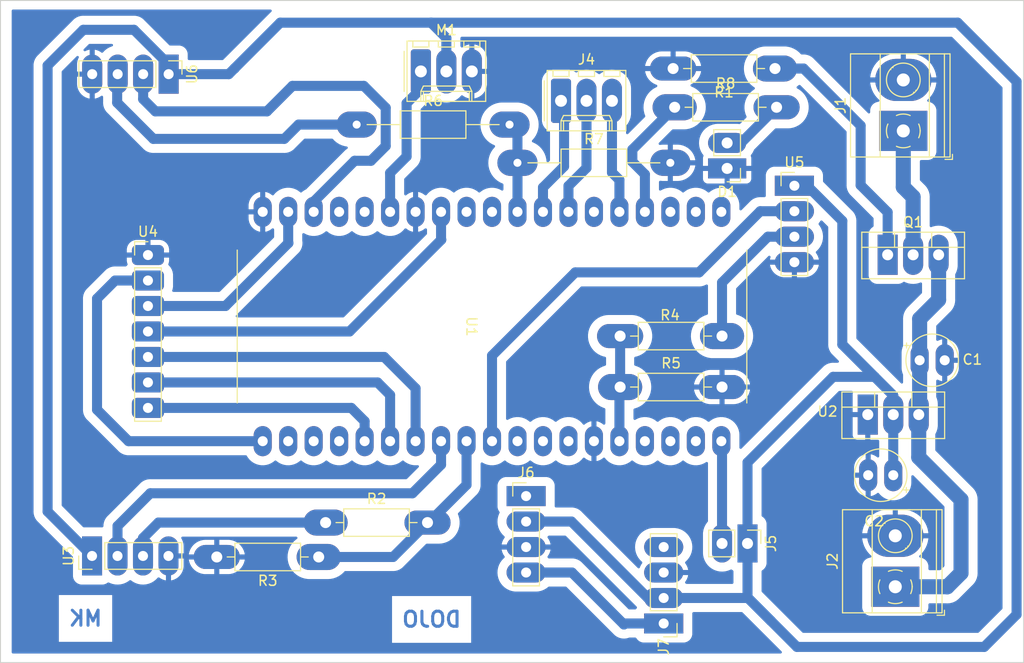
<source format=kicad_pcb>
(kicad_pcb (version 20211014) (generator pcbnew)
  (layers (0 "F.Cu" signal) (31 "B.Cu" signal) (34 "B.Paste" user) (35 "F.Paste" user) (36 "B.SilkS" user "B.Silkscreen") (37 "F.SilkS" user "F.Silkscreen") (38 "B.Mask" user) (39 "F.Mask" user) (44 "Edge.Cuts" user))
  (net 0 "")
  (net 1 "+12V")
  (net 2 "GND")
  (net 3 "+5V")
  (net 4 "+12P")
  (net 5 "/Sensors/ECHO1")
  (net 6 "RIGHT_ECHO")
  (net 7 "/Sensors/ECHO2")
  (net 8 "RIGHT_TRIG")
  (net 9 "/Sensors/ECHO3")
  (net 14 "LIR4")
  (net 16 "LIR3")
  (net 17 "LIR2")
  (net 18 "LIR1")
  (net 19 "LEFT_TRIG")
  (net 20 "LEFT_ECHO")
  (net 23 "+3.3V")
  (net 27 "SERVO")
  (net 28 "FRONT_ECHO")
  (net 29 "LIR5")
  (net 30 "FRONT_TRIG")
  (net 34 "Net-(Q1-Pad1)")
  (net 35 "ENBL")
  (net 36 "IN1R")
  (net 37 "IN2R")
  (net 38 "IN3L")
  (net 39 "IN4L")
  (net 40 "ENAR")
  (net 41 "+E5V")
  (net 42 "LED")
  (net 44 "Net-(R8-Pad2)")
  (net 45 "DOUT")
  (footprint "UserLibrary:R_Axial_DIN0207_L6.3mm_D2.5mm_P15.24mm_Horizontal" (layer "F.Cu") (at 102.0064 61.6712)
    (fp_text reference "R6" (at 7.62 -2.37) (layer "F.SilkS"))
    (fp_text value "1k")
    (fp_line (start 10.89 -1.37) (end 4.35 -1.37) (layer "F.SilkS") (width 0.12))
    (fp_line (start 1.04 0) (end 4.35 0) (layer "F.SilkS") (width 0.12))
    (fp_line (start 10.89 1.37) (end 10.89 -1.37) (layer "F.SilkS") (width 0.12))
    (fp_line (start 14.2 0) (end 10.89 0) (layer "F.SilkS") (width 0.12))
    (fp_line (start 4.35 1.37) (end 10.89 1.37) (layer "F.SilkS") (width 0.12))
    (fp_line (start 4.35 -1.37) (end 4.35 1.37) (layer "F.SilkS") (width 0.12))
    (pad "1" thru_hole oval (at 0 0) (size 4 2.6) (drill 0.8) (layers *.Cu *.Mask) (net 9 "/Sensors/ECHO3"))
    (pad "2" thru_hole oval (at 15.24 0) (size 4 2.6) (drill 0.8) (layers *.Cu *.Mask) (net 6 "RIGHT_ECHO"))
  )
  (footprint "UserLibrary:R_Axial_DIN0207_L6.3mm_D2.5mm_P10.16mm_Horizontal" (layer "F.Cu") (at 128.2708 87.8332)
    (fp_text reference "R5" (at 5.08 -2.37) (layer "F.SilkS"))
    (fp_text value "2k")
    (fp_line (start 8.35 -1.37) (end 1.81 -1.37) (layer "F.SilkS") (width 0.12))
    (fp_line (start 9.12 0) (end 8.35 0) (layer "F.SilkS") (width 0.12))
    (fp_line (start 1.81 1.37) (end 8.35 1.37) (layer "F.SilkS") (width 0.12))
    (fp_line (start 8.35 1.37) (end 8.35 -1.37) (layer "F.SilkS") (width 0.12))
    (fp_line (start 1.04 0) (end 1.81 0) (layer "F.SilkS") (width 0.12))
    (fp_line (start 1.81 -1.37) (end 1.81 1.37) (layer "F.SilkS") (width 0.12))
    (pad "1" thru_hole oval (at 0 0) (size 4.4 2.6) (drill 1.1) (layers *.Cu *.Mask) (net 28 "FRONT_ECHO"))
    (pad "2" thru_hole oval (at 10.16 0) (size 4.6 2.4) (drill 1.1) (layers *.Cu *.Mask) (net 2 "GND"))
  )
  (footprint "UserLibrary:TO-220-3_Vertical" (layer "F.Cu") (at 154.94 75.6666)
    (fp_text reference "Q1" (at 2.54 -4.27) (layer "F.SilkS"))
    (fp_text value "FQP27P06")
    (fp_line (start -2.58 1.371) (end 7.66 1.371) (layer "F.SilkS") (width 0.12))
    (fp_line (start -2.58 -1.76) (end 7.66 -1.76) (layer "F.SilkS") (width 0.12))
    (fp_line (start -2.58 -3.27) (end -2.58 1.371) (layer "F.SilkS") (width 0.12))
    (fp_line (start -2.58 -3.27) (end 7.66 -3.27) (layer "F.SilkS") (width 0.12))
    (fp_line (start 4.391 -3.27) (end 4.391 -1.76) (layer "F.SilkS") (width 0.12))
    (fp_line (start 0.69 -3.27) (end 0.69 -1.76) (layer "F.SilkS") (width 0.12))
    (fp_line (start 7.66 -3.27) (end 7.66 1.371) (layer "F.SilkS") (width 0.12))
    (pad "1" thru_hole rect (at 0 -1.016) (size 2 4) (drill 1.1) (layers *.Cu *.Mask) (net 34 "Net-(Q1-Pad1)"))
    (pad "2" thru_hole oval (at 2.54 -1.016) (size 2 4) (drill 1.1) (layers *.Cu *.Mask) (net 4 "+12P"))
    (pad "3" thru_hole oval (at 5.08 -1.016) (size 2 4) (drill 1.1) (layers *.Cu *.Mask) (net 1 "+12V"))
  )
  (footprint "UserLibrary:PinHeader_1x02_P2.54mm_Vertical" (layer "F.Cu") (at 140.97 103.4288 -90)
    (fp_text reference "J5" (at 0 -2.33 90) (layer "F.SilkS"))
    (fp_text value "Conn_01x02_Male")
    (fp_line (start -1.33 -1.33) (end 0 -1.33) (layer "F.SilkS") (width 0.12))
    (fp_line (start -1.33 1.27) (end -1.33 3.87) (layer "F.SilkS") (width 0.12))
    (fp_line (start 1.33 1.27) (end 1.33 3.87) (layer "F.SilkS") (width 0.12))
    (fp_line (start -1.33 3.87) (end 1.33 3.87) (layer "F.SilkS") (width 0.12))
    (fp_line (start -1.33 0) (end -1.33 -1.33) (layer "F.SilkS") (width 0.12))
    (fp_line (start -1.33 1.27) (end 1.33 1.27) (layer "F.SilkS") (width 0.12))
    (pad "1" thru_hole rect (at 0 0 270) (size 3.8 2) (drill 1.1) (layers *.Cu *.Mask) (net 3 "+5V"))
    (pad "2" thru_hole oval (at 0 2.54 270) (size 3.8 2) (drill 1.1) (layers *.Cu *.Mask) (net 41 "+E5V"))
  )
  (footprint "UserLibrary:R_Axial_DIN0207_L6.3mm_D2.5mm_P15.24mm_Horizontal" (layer "F.Cu") (at 118.0346 65.4812)
    (fp_text reference "R7" (at 7.62 -2.37) (layer "F.SilkS"))
    (fp_text value "2k")
    (fp_line (start 10.89 -1.37) (end 4.35 -1.37) (layer "F.SilkS") (width 0.12))
    (fp_line (start 1.04 0) (end 4.35 0) (layer "F.SilkS") (width 0.12))
    (fp_line (start 4.35 -1.37) (end 4.35 1.37) (layer "F.SilkS") (width 0.12))
    (fp_line (start 14.2 0) (end 10.89 0) (layer "F.SilkS") (width 0.12))
    (fp_line (start 4.35 1.37) (end 10.89 1.37) (layer "F.SilkS") (width 0.12))
    (fp_line (start 10.89 1.37) (end 10.89 -1.37) (layer "F.SilkS") (width 0.12))
    (pad "1" thru_hole oval (at 0 0) (size 4 2.6) (drill 0.8) (layers *.Cu *.Mask) (net 6 "RIGHT_ECHO"))
    (pad "2" thru_hole oval (at 15.24 0) (size 4 2.6) (drill 0.8) (layers *.Cu *.Mask) (net 2 "GND"))
  )
  (footprint "UserLibrary:R_Axial_DIN0207_L6.3mm_D2.5mm_P10.16mm_Horizontal" (layer "F.Cu") (at 98.221 104.775 180)
    (fp_text reference "R3" (at 5.08 -2.37) (layer "F.SilkS"))
    (fp_text value "2k")
    (fp_line (start 8.35 -1.37) (end 1.81 -1.37) (layer "F.SilkS") (width 0.12))
    (fp_line (start 1.81 1.37) (end 8.35 1.37) (layer "F.SilkS") (width 0.12))
    (fp_line (start 9.12 0) (end 8.35 0) (layer "F.SilkS") (width 0.12))
    (fp_line (start 1.81 -1.37) (end 1.81 1.37) (layer "F.SilkS") (width 0.12))
    (fp_line (start 8.35 1.37) (end 8.35 -1.37) (layer "F.SilkS") (width 0.12))
    (fp_line (start 1.04 0) (end 1.81 0) (layer "F.SilkS") (width 0.12))
    (pad "1" thru_hole oval (at 0 0 180) (size 4.4 2.6) (drill 1.1) (layers *.Cu *.Mask) (net 20 "LEFT_ECHO"))
    (pad "2" thru_hole oval (at 10.16 0 180) (size 4.6 2.4) (drill 1.1) (layers *.Cu *.Mask) (net 2 "GND"))
  )
  (footprint "UserLibrary:PinHeader_1x04_P2.54mm_Vertical" (layer "F.Cu") (at 118.8974 98.7044)
    (fp_text reference "J6" (at 0 -2.33) (layer "F.SilkS"))
    (fp_text value "Conn_01x04_Male")
    (fp_line (start 1.33 1.27) (end 1.33 8.95) (layer "F.SilkS") (width 0.12))
    (fp_line (start -1.33 1.27) (end -1.33 8.95) (layer "F.SilkS") (width 0.12))
    (fp_line (start -1.33 1.27) (end 1.33 1.27) (layer "F.SilkS") (width 0.12))
    (fp_line (start -1.33 0) (end -1.33 -1.33) (layer "F.SilkS") (width 0.12))
    (fp_line (start -1.33 8.95) (end 1.33 8.95) (layer "F.SilkS") (width 0.12))
    (fp_line (start -1.33 -1.33) (end 0 -1.33) (layer "F.SilkS") (width 0.12))
    (pad "1" thru_hole rect (at 0 0) (size 3.9 2) (drill 1) (layers *.Cu *.Mask) (net 35 "ENBL"))
    (pad "2" thru_hole oval (at 0 2.54) (size 3.9 2) (drill 1) (layers *.Cu *.Mask) (net 3 "+5V"))
    (pad "3" thru_hole oval (at 0 5.08) (size 3.9 2) (drill 1) (layers *.Cu *.Mask) (net 2 "GND"))
    (pad "4" thru_hole oval (at 0 7.62) (size 3.9 2) (drill 1) (layers *.Cu *.Mask) (net 45 "DOUT"))
  )
  (footprint "UserLibrary:PinHeader_1x04_P2.54mm_Vertical" (layer "F.Cu") (at 132.6134 111.4044 180)
    (fp_text reference "J7" (at 0 -2.33 90) (layer "F.SilkS"))
    (fp_text value "Conn_01x04_Male")
    (fp_line (start -1.33 -1.33) (end 0 -1.33) (layer "F.SilkS") (width 0.12))
    (fp_line (start -1.33 0) (end -1.33 -1.33) (layer "F.SilkS") (width 0.12))
    (fp_line (start -1.33 1.27) (end 1.33 1.27) (layer "F.SilkS") (width 0.12))
    (fp_line (start -1.33 1.27) (end -1.33 8.95) (layer "F.SilkS") (width 0.12))
    (fp_line (start 1.33 1.27) (end 1.33 8.95) (layer "F.SilkS") (width 0.12))
    (fp_line (start -1.33 8.95) (end 1.33 8.95) (layer "F.SilkS") (width 0.12))
    (pad "1" thru_hole rect (at 0 0 180) (size 3.9 2) (drill 1) (layers *.Cu *.Mask) (net 45 "DOUT"))
    (pad "2" thru_hole oval (at 0 2.54 180) (size 3.9 2) (drill 1) (layers *.Cu *.Mask) (net 3 "+5V"))
    (pad "3" thru_hole oval (at 0 5.08 180) (size 3.9 2) (drill 1) (layers *.Cu *.Mask) (net 2 "GND"))
    (pad "4" thru_hole oval (at 0 7.62 180) (size 3.9 2) (drill 1) (layers *.Cu *.Mask))
  )
  (footprint "UserLibrary:R_Axial_DIN0207_L6.3mm_D2.5mm_P10.16mm_Horizontal" (layer "F.Cu") (at 138.4292 82.7532 180)
    (fp_text reference "R4" (at 5.1808 2.0828) (layer "F.SilkS"))
    (fp_text value "1k")
    (fp_line (start 9.12 0) (end 8.35 0) (layer "F.SilkS") (width 0.12))
    (fp_line (start 1.81 1.37) (end 8.35 1.37) (layer "F.SilkS") (width 0.12))
    (fp_line (start 8.35 -1.37) (end 1.81 -1.37) (layer "F.SilkS") (width 0.12))
    (fp_line (start 8.35 1.37) (end 8.35 -1.37) (layer "F.SilkS") (width 0.12))
    (fp_line (start 1.81 -1.37) (end 1.81 1.37) (layer "F.SilkS") (width 0.12))
    (fp_line (start 1.04 0) (end 1.81 0) (layer "F.SilkS") (width 0.12))
    (pad "1" thru_hole oval (at 0 0 180) (size 4.4 2.6) (drill 1.1) (layers *.Cu *.Mask) (net 7 "/Sensors/ECHO2"))
    (pad "2" thru_hole oval (at 10.16 0 180) (size 4.6 2.4) (drill 1.1) (layers *.Cu *.Mask) (net 28 "FRONT_ECHO"))
  )
  (footprint "UserLibrary:CP_Radial_D5.0mm_P2.50mm" (layer "F.Cu") (at 155.4988 96.6216 180)
    (fp_text reference "C2" (at 1.9104 -4.5882) (layer "F.SilkS"))
    (fp_text value "10uF")
    (fp_line (start -1.304775 -1.725) (end -1.304775 -1.225) (layer "F.SilkS") (width 0.12))
    (fp_line (start -1.554775 -1.475) (end -1.054775 -1.475) (layer "F.SilkS") (width 0.12))
    (fp_circle (center 1.25 0) (end 3.87 0) (layer "F.SilkS") (width 0.12) (fill none))
    (pad "1" thru_hole oval (at 0 0 180) (size 1.8 3.2) (drill 1) (layers *.Cu *.Mask) (net 3 "+5V"))
    (pad "2" thru_hole oval (at 2.5 0 180) (size 1.8 3.2) (drill 1) (layers *.Cu *.Mask) (net 2 "GND"))
  )
  (footprint "UserLibrary:PinHeader_1x04_P2.54mm_Vertical" (layer "F.Cu") (at 75.6258 104.6734 90)
    (fp_text reference "U3" (at 0 -2.33 90) (layer "F.SilkS"))
    (fp_text value "Ultrasonic")
    (fp_line (start -1.33 8.95) (end 1.33 8.95) (layer "F.SilkS") (width 0.12))
    (fp_line (start -1.33 0) (end -1.33 -1.33) (layer "F.SilkS") (width 0.12))
    (fp_line (start 1.33 1.27) (end 1.33 8.95) (layer "F.SilkS") (width 0.12))
    (fp_line (start -1.33 -1.33) (end 0 -1.33) (layer "F.SilkS") (width 0.12))
    (fp_line (start -1.33 1.27) (end -1.33 8.95) (layer "F.SilkS") (width 0.12))
    (fp_line (start -1.33 1.27) (end 1.33 1.27) (layer "F.SilkS") (width 0.12))
    (pad "1" thru_hole rect (at 0 0 90) (size 3.9 2) (drill 1) (layers *.Cu *.Mask) (net 3 "+5V"))
    (pad "2" thru_hole oval (at 0 2.54 90) (size 3.9 2) (drill 1) (layers *.Cu *.Mask) (net 19 "LEFT_TRIG"))
    (pad "3" thru_hole oval (at 0 5.08 90) (size 3.9 2) (drill 1) (layers *.Cu *.Mask) (net 5 "/Sensors/ECHO1"))
    (pad "4" thru_hole oval (at 0 7.62 90) (size 3.9 2) (drill 1) (layers *.Cu *.Mask) (net 2 "GND"))
  )
  (footprint "UserLibrary:R_Axial_DIN0207_L6.3mm_D2.5mm_P10.16mm_Horizontal" (layer "F.Cu") (at 143.7124 56.0832 180)
    (fp_text reference "R1" (at 5.08 -2.37) (layer "F.SilkS"))
    (fp_text value "1.1k")
    (fp_line (start 8.35 1.37) (end 8.35 -1.37) (layer "F.SilkS") (width 0.12))
    (fp_line (start 1.04 0) (end 1.81 0) (layer "F.SilkS") (width 0.12))
    (fp_line (start 9.12 0) (end 8.35 0) (layer "F.SilkS") (width 0.12))
    (fp_line (start 8.35 -1.37) (end 1.81 -1.37) (layer "F.SilkS") (width 0.12))
    (fp_line (start 1.81 1.37) (end 8.35 1.37) (layer "F.SilkS") (width 0.12))
    (fp_line (start 1.81 -1.37) (end 1.81 1.37) (layer "F.SilkS") (width 0.12))
    (pad "1" thru_hole oval (at 0 0 180) (size 4.4 2.6) (drill 1.1) (layers *.Cu *.Mask) (net 34 "Net-(Q1-Pad1)"))
    (pad "2" thru_hole oval (at 10.16 0 180) (size 4.6 2.4) (drill 1.1) (layers *.Cu *.Mask) (net 2 "GND"))
  )
  (footprint "UserLibrary:CP_Radial_D5.0mm_P2.50mm" (layer "F.Cu") (at 158.129088 85.1662)
    (fp_text reference "C1" (at 5.2578 -0.0762) (layer "F.SilkS"))
    (fp_text value "10uF")
    (fp_line (start -1.304775 -1.725) (end -1.304775 -1.225) (layer "F.SilkS") (width 0.12))
    (fp_line (start -1.554775 -1.475) (end -1.054775 -1.475) (layer "F.SilkS") (width 0.12))
    (fp_circle (center 1.25 0) (end 3.87 0) (layer "F.SilkS") (width 0.12) (fill none))
    (pad "1" thru_hole oval (at 0 0) (size 1.8 3.2) (drill 1) (layers *.Cu *.Mask) (net 1 "+12V"))
    (pad "2" thru_hole oval (at 2.5 0) (size 1.8 3.2) (drill 1) (layers *.Cu *.Mask) (net 2 "GND"))
  )
  (footprint "UserLibrary:Molex_KK-254_AE-6410-03A_1x03_P2.54mm_Vertical" (layer "F.Cu") (at 122.3772 59.3036)
    (fp_text reference "J4" (at 2.54 -4.12) (layer "F.SilkS"))
    (fp_text value "Conn_01x03_Male")
    (fp_line (start 0 1.99) (end 0.25 1.46) (layer "F.SilkS") (width 0.12))
    (fp_line (start -1.38 2.99) (end 6.46 2.99) (layer "F.SilkS") (width 0.12))
    (fp_line (start 4.83 1.46) (end 5.08 1.99) (layer "F.SilkS") (width 0.12))
    (fp_line (start -0.8 -3.03) (end -0.8 -2.43) (layer "F.SilkS") (width 0.12))
    (fp_line (start 3.34 -2.43) (end 3.34 -3.03) (layer "F.SilkS") (width 0.12))
    (fp_line (start 0 2.99) (end 0 1.99) (layer "F.SilkS") (width 0.12))
    (fp_line (start 4.28 -3.03) (end 4.28 -2.43) (layer "F.SilkS") (width 0.12))
    (fp_line (start 5.88 -2.43) (end 5.88 -3.03) (layer "F.SilkS") (width 0.12))
    (fp_line (start 4.28 -2.43) (end 5.88 -2.43) (layer "F.SilkS") (width 0.12))
    (fp_line (start 0.8 -2.43) (end 0.8 -3.03) (layer "F.SilkS") (width 0.12))
    (fp_line (start 1.74 -2.43) (end 3.34 -2.43) (layer "F.SilkS") (width 0.12))
    (fp_line (start 0.25 2.99) (end 0.25 1.99) (layer "F.SilkS") (width 0.12))
    (fp_line (start -0.8 -2.43) (end 0.8 -2.43) (layer "F.SilkS") (width 0.12))
    (fp_line (start 6.46 2.99) (end 6.46 -3.03) (layer "F.SilkS") (width 0.12))
    (fp_line (start -1.67 -2) (end -1.67 2) (layer "F.SilkS") (width 0.12))
    (fp_line (start 6.46 -3.03) (end -1.38 -3.03) (layer "F.SilkS") (width 0.12))
    (fp_line (start 0 1.99) (end 5.08 1.99) (layer "F.SilkS") (width 0.12))
    (fp_line (start 1.74 -3.03) (end 1.74 -2.43) (layer "F.SilkS") (width 0.12))
    (fp_line (start 4.83 2.99) (end 4.83 1.99) (layer "F.SilkS") (width 0.12))
    (fp_line (start 0.25 1.46) (end 4.83 1.46) (layer "F.SilkS") (width 0.12))
    (fp_line (start -1.38 -3.03) (end -1.38 2.99) (layer "F.SilkS") (width 0.12))
    (fp_line (start 5.08 1.99) (end 5.08 2.99) (layer "F.SilkS") (width 0.12))
    (pad "1" thru_hole roundrect (at 0 0) (size 2 4.4) (drill 1.19) (layers *.Cu *.Mask) (roundrect_rratio 0.143678) (net 36 "IN1R"))
    (pad "2" thru_hole oval (at 2.54 0) (size 2 4.4) (drill 1.19) (layers *.Cu *.Mask) (net 37 "IN2R"))
    (pad "3" thru_hole oval (at 5.08 0) (size 2 4.4) (drill 1.19) (layers *.Cu *.Mask) (net 40 "ENAR"))
  )
  (footprint "UserLibrary:R_Axial_DIN0207_L6.3mm_D2.5mm_P10.16mm_Horizontal" (layer "F.Cu") (at 133.7064 59.944)
    (fp_text reference "R8" (at 5.08 -2.37) (layer "F.SilkS"))
    (fp_text value "1k")
    (fp_line (start 8.35 -1.37) (end 1.81 -1.37) (layer "F.SilkS") (width 0.12))
    (fp_line (start 1.81 -1.37) (end 1.81 1.37) (layer "F.SilkS") (width 0.12))
    (fp_line (start 1.04 0) (end 1.81 0) (layer "F.SilkS") (width 0.12))
    (fp_line (start 9.12 0) (end 8.35 0) (layer "F.SilkS") (width 0.12))
    (fp_line (start 8.35 1.37) (end 8.35 -1.37) (layer "F.SilkS") (width 0.12))
    (fp_line (start 1.81 1.37) (end 8.35 1.37) (layer "F.SilkS") (width 0.12))
    (pad "1" thru_hole oval (at 0 0) (size 4.4 2.6) (drill 1.1) (layers *.Cu *.Mask) (net 42 "LED"))
    (pad "2" thru_hole oval (at 10.16 0) (size 4.6 2.4) (drill 1.1) (layers *.Cu *.Mask) (net 44 "Net-(R8-Pad2)"))
  )
  (footprint "UserLibrary:PinHeader_1x07_P2.54mm_Vertical" (layer "F.Cu") (at 81.2 74.675)
    (fp_text reference "U4" (at 0 -2.33) (layer "F.SilkS"))
    (fp_text value "IR_5_channel_reflective_sensor")
    (fp_line (start -1.33 0) (end -1.33 -1.33) (layer "F.SilkS") (width 0.12))
    (fp_line (start -1.33 16.57) (end 1.33 16.57) (layer "F.SilkS") (width 0.12))
    (fp_line (start 1.33 1.27) (end 1.33 16.57) (layer "F.SilkS") (width 0.12))
    (fp_line (start -1.33 1.27) (end 1.33 1.27) (layer "F.SilkS") (width 0.12))
    (fp_line (start -1.33 -1.33) (end 0 -1.33) (layer "F.SilkS") (width 0.12))
    (fp_line (start -1.33 1.27) (end -1.33 16.57) (layer "F.SilkS") (width 0.12))
    (pad "1" thru_hole roundrect (at 0 0) (size 3.2 2) (drill 1) (layers *.Cu *.Mask) (net 2 "GND"))
    (pad "2" thru_hole roundrect (at 0 2.54) (size 3.2 2) (drill 1) (layers *.Cu *.Mask) (net 23 "+3.3V"))
    (pad "3" thru_hole roundrect (at 0 5.08) (size 3.2 2) (drill 1) (layers *.Cu *.Mask) (net 18 "LIR1"))
    (pad "4" thru_hole roundrect (at 0 7.62) (size 3.2 2) (drill 1) (layers *.Cu *.Mask) (net 17 "LIR2"))
    (pad "5" thru_hole roundrect (at 0 10.16) (size 3.2 2) (drill 1) (layers *.Cu *.Mask) (net 16 "LIR3"))
    (pad "6" thru_hole roundrect (at 0 12.7) (size 3.2 2) (drill 1) (layers *.Cu *.Mask) (net 14 "LIR4"))
    (pad "7" thru_hole roundrect (at 0 15.24) (size 3.2 2) (drill 1) (layers *.Cu *.Mask) (net 29 "LIR5"))
  )
  (footprint "UserLibrary:PinHeader_1x04_P2.54mm_Vertical" (layer "F.Cu") (at 145.6436 67.7672)
    (fp_text reference "U5" (at 0 -2.33) (layer "F.SilkS"))
    (fp_text value "Ultrasonic")
    (fp_line (start -1.33 1.27) (end 1.33 1.27) (layer "F.SilkS") (width 0.12))
    (fp_line (start -1.33 -1.33) (end 0 -1.33) (layer "F.SilkS") (width 0.12))
    (fp_line (start -1.33 8.95) (end 1.33 8.95) (layer "F.SilkS") (width 0.12))
    (fp_line (start 1.33 1.27) (end 1.33 8.95) (layer "F.SilkS") (width 0.12))
    (fp_line (start -1.33 1.27) (end -1.33 8.95) (layer "F.SilkS") (width 0.12))
    (fp_line (start -1.33 0) (end -1.33 -1.33) (layer "F.SilkS") (width 0.12))
    (pad "1" thru_hole rect (at 0 0) (size 3.9 2) (drill 1) (layers *.Cu *.Mask) (net 3 "+5V"))
    (pad "2" thru_hole oval (at 0 2.54) (size 3.9 2) (drill 1) (layers *.Cu *.Mask) (net 30 "FRONT_TRIG"))
    (pad "3" thru_hole oval (at 0 5.08) (size 3.9 2) (drill 1) (layers *.Cu *.Mask) (net 7 "/Sensors/ECHO2"))
    (pad "4" thru_hole oval (at 0 7.62) (size 3.9 2) (drill 1) (layers *.Cu *.Mask) (net 2 "GND"))
  )
  (footprint "UserLibrary:ESP32-S" (layer "F.Cu") (at 115.5 81.8 -90)
    (fp_text reference "U1" (at 0 2.04 -90 unlocked) (layer "F.SilkS"))
    (fp_text value "ESP32-S")
    (fp_line (start -7.62 -25.4) (end 7.62 -25.4) (layer "F.SilkS") (width 0.12))
    (fp_line (start -7.62 25.4) (end 7.62 25.4) (layer "F.SilkS") (width 0.12))
    (pad "1" thru_hole oval (at -11.43 -22.86 270) (size 3 1.8) (drill 1) (layers *.Cu *.Mask))
    (pad "2" thru_hole oval (at -11.43 -20.32 270) (size 3 1.8) (drill 1) (layers *.Cu *.Mask))
    (pad "3" thru_hole oval (at -11.43 -17.78 270) (size 3 1.8) (drill 1) (layers *.Cu *.Mask))
    (pad "4" thru_hole oval (at -11.43 -15.24 270) (size 3 1.8) (drill 1) (layers *.Cu *.Mask) (net 42 "LED"))
    (pad "5" thru_hole oval (at -11.43 -12.7 270) (size 3 1.8) (drill 1) (layers *.Cu *.Mask) (net 40 "ENAR"))
    (pad "6" thru_hole oval (at -11.43 -10.16 270) (size 3 1.8) (drill 1) (layers *.Cu *.Mask))
    (pad "7" thru_hole oval (at -11.43 -7.62 270) (size 3 1.8) (drill 1) (layers *.Cu *.Mask) (net 37 "IN2R"))
    (pad "8" thru_hole oval (at -11.43 -5.08 270) (size 3 1.8) (drill 1) (layers *.Cu *.Mask) (net 36 "IN1R"))
    (pad "9" thru_hole oval (at -11.43 -2.54 270) (size 3 1.8) (drill 1) (layers *.Cu *.Mask) (net 6 "RIGHT_ECHO"))
    (pad "10" thru_hole oval (at -11.43 0 270) (size 3 1.8) (drill 1) (layers *.Cu *.Mask))
    (pad "11" thru_hole oval (at -11.43 2.54 270) (size 3 1.8) (drill 1) (layers *.Cu *.Mask))
    (pad "12" thru_hole oval (at -11.43 5.08 270) (size 3 1.8) (drill 1) (layers *.Cu *.Mask) (net 17 "LIR2"))
    (pad "13" thru_hole oval (at -11.43 7.62 270) (size 3 1.8) (drill 1) (layers *.Cu *.Mask) (net 2 "GND"))
    (pad "14" thru_hole oval (at -11.43 10.16 270) (size 3 1.8) (drill 1) (layers *.Cu *.Mask) (net 27 "SERVO"))
    (pad "15" thru_hole oval (at -11.43 12.7 270) (size 3 1.8) (drill 1) (layers *.Cu *.Mask))
    (pad "16" thru_hole oval (at -11.43 15.24 270) (size 3 1.8) (drill 1) (layers *.Cu *.Mask))
    (pad "17" thru_hole oval (at -11.43 17.78 270) (size 3 1.8) (drill 1) (layers *.Cu *.Mask) (net 8 "RIGHT_TRIG"))
    (pad "18" thru_hole oval (at -11.43 20.32 270) (size 3 1.8) (drill 1) (layers *.Cu *.Mask) (net 18 "LIR1"))
    (pad "19" thru_hole oval (at -11.43 22.86 270) (size 3 1.8) (drill 1) (layers *.Cu *.Mask) (net 2 "GND"))
    (pad "20" thru_hole oval (at 11.43 22.86 270) (size 3 1.8) (drill 1) (layers *.Cu *.Mask) (net 23 "+3.3V"))
    (pad "21" thru_hole oval (at 11.43 20.32 270) (size 3 1.8) (drill 1) (layers *.Cu *.Mask))
    (pad "22" thru_hole oval (at 11.43 17.78 270) (size 3 1.8) (drill 1) (layers *.Cu *.Mask))
    (pad "23" thru_hole oval (at 11.43 15.24 270) (size 3 1.8) (drill 1) (layers *.Cu *.Mask))
    (pad "24" thru_hole oval (at 11.43 12.7 270) (size 3 1.8) (drill 1) (layers *.Cu *.Mask) (net 29 "LIR5"))
    (pad "25" thru_hole oval (at 11.43 10.16 270) (size 3 1.8) (drill 1) (layers *.Cu *.Mask) (net 14 "LIR4"))
    (pad "26" thru_hole oval (at 11.43 7.62 270) (size 3 1.8) (drill 1) (layers *.Cu *.Mask) (net 16 "LIR3"))
    (pad "27" thru_hole oval (at 11.43 5.08 270) (size 3 1.8) (drill 1) (layers *.Cu *.Mask) (net 19 "LEFT_TRIG"))
    (pad "28" thru_hole oval (at 11.43 2.54 270) (size 3 1.8) (drill 1) (layers *.Cu *.Mask) (net 20 "LEFT_ECHO"))
    (pad "29" thru_hole oval (at 11.43 0 270) (size 3 1.8) (drill 1) (layers *.Cu *.Mask) (net 30 "FRONT_TRIG"))
    (pad "30" thru_hole oval (at 11.43 -2.54 270) (size 3 1.8) (drill 1) (layers *.Cu *.Mask) (net 35 "ENBL"))
    (pad "31" thru_hole oval (at 11.43 -5.08 270) (size 3 1.8) (drill 1) (layers *.Cu *.Mask) (net 39 "IN4L"))
    (pad "32" thru_hole oval (at 11.43 -7.62 270) (size 3 1.8) (drill 1) (layers *.Cu *.Mask) (net 38 "IN3L"))
    (pad "33" thru_hole oval (at 11.43 -10.16 270) (size 3 1.8) (drill 1) (layers *.Cu *.Mask) (net 2 "GND"))
    (pad "34" thru_hole oval (at 11.43 -12.7 270) (size 3 1.8) (drill 1) (layers *.Cu *.Mask) (net 28 "FRONT_ECHO"))
    (pad "35" thru_hole oval (at 11.43 -15.24 270) (size 3 1.8) (drill 1) (layers *.Cu *.Mask))
    (pad "36" thru_hole oval (at 11.43 -17.78 270) (size 3 1.8) (drill 1) (layers *.Cu *.Mask))
    (pad "37" thru_hole oval (at 11.43 -20.32 270) (size 3 1.8) (drill 1) (layers *.Cu *.Mask))
    (pad "38" thru_hole oval (at 11.43 -22.86 270) (size 3 1.8) (drill 1) (layers *.Cu *.Mask) (net 41 "+E5V"))
  )
  (footprint "UserLibrary:TerminalBlock_Phoenix_MKDS-1,5-2-5.08_1x02_P5.08mm_Horizontal" (layer "F.Cu") (at 155.7022 107.7424 90)
    (fp_text reference "J2" (at 2.54 -6.26 90) (layer "F.SilkS"))
    (fp_text value "Screw_Terminal_01x02")
    (fp_line (start -2.6 -2.301) (end 7.68 -2.301) (layer "F.SilkS") (width 0.12))
    (fp_line (start 4.046 1.239) (end 4.011 1.274) (layer "F.SilkS") (width 0.12))
    (fp_line (start 3.853 1.023) (end 3.806 1.069) (layer "F.SilkS") (width 0.12))
    (fp_line (start -2.6 4.1) (end 7.68 4.1) (layer "F.SilkS") (width 0.12))
    (fp_line (start -2.84 4.16) (end -2.84 4.9) (layer "F.SilkS") (width 0.12))
    (fp_line (start 7.68 -5.261) (end 7.68 4.66) (layer "F.SilkS") (width 0.12))
    (fp_line (start -2.6 -5.261) (end 7.68 -5.261) (layer "F.SilkS") (width 0.12))
    (fp_line (start -2.6 2.6) (end 7.68 2.6) (layer "F.SilkS") (width 0.12))
    (fp_line (start -2.6 4.66) (end 7.68 4.66) (layer "F.SilkS") (width 0.12))
    (fp_line (start 6.15 -1.275) (end 6.115 -1.239) (layer "F.SilkS") (width 0.12))
    (fp_line (start -2.84 4.9) (end -2.34 4.9) (layer "F.SilkS") (width 0.12))
    (fp_line (start -2.6 -5.261) (end -2.6 4.66) (layer "F.SilkS") (width 0.12))
    (fp_line (start 6.355 -1.069) (end 6.308 -1.023) (layer "F.SilkS") (width 0.12))
    (fp_arc (start 0.683318 1.534756) (mid 0.349292 1.643288) (end 0 1.68) (layer "F.SilkS") (width 0.12))
    (fp_arc (start 0.028805 1.680253) (mid -0.335551 1.646659) (end -0.684 1.535) (layer "F.SilkS") (width 0.12))
    (fp_arc (start 1.535427 -0.683042) (mid 1.680501 0.000524) (end 1.535 0.684) (layer "F.SilkS") (width 0.12))
    (fp_arc (start -1.535427 0.683042) (mid -1.680501 -0.000524) (end -1.535 -0.684) (layer "F.SilkS") (width 0.12))
    (fp_arc (start -0.683042 -1.535427) (mid 0.000524 -1.680501) (end 0.684 -1.535) (layer "F.SilkS") (width 0.12))
    (fp_circle (center 5.08 0) (end 6.76 0) (layer "F.SilkS") (width 0.12) (fill none))
    (pad "1" thru_hole rect (at 0 0 90) (size 4 4.8) (drill 1.3) (layers *.Cu *.Mask) (net 1 "+12V"))
    (pad "2" thru_hole oval (at 5.08 0 90) (size 4.2 5.6) (drill 1.3) (layers *.Cu *.Mask) (net 2 "GND"))
  )
  (footprint "UserLibrary:TerminalBlock_Phoenix_MKDS-1,5-2-5.08_1x02_P5.08mm_Horizontal" (layer "F.Cu") (at 156.5 62.3 90)
    (fp_text reference "J1" (at 2.54 -6.26 90) (layer "F.SilkS"))
    (fp_text value "Screw_Terminal_01x02")
    (fp_line (start -2.6 4.1) (end 7.68 4.1) (layer "F.SilkS") (width 0.12))
    (fp_line (start 3.853 1.023) (end 3.806 1.069) (layer "F.SilkS") (width 0.12))
    (fp_line (start -2.6 2.6) (end 7.68 2.6) (layer "F.SilkS") (width 0.12))
    (fp_line (start 6.355 -1.069) (end 6.308 -1.023) (layer "F.SilkS") (width 0.12))
    (fp_line (start 6.15 -1.275) (end 6.115 -1.239) (layer "F.SilkS") (width 0.12))
    (fp_line (start -2.6 4.66) (end 7.68 4.66) (layer "F.SilkS") (width 0.12))
    (fp_line (start -2.84 4.9) (end -2.34 4.9) (layer "F.SilkS") (width 0.12))
    (fp_line (start -2.6 -5.261) (end 7.68 -5.261) (layer "F.SilkS") (width 0.12))
    (fp_line (start -2.6 -5.261) (end -2.6 4.66) (layer "F.SilkS") (width 0.12))
    (fp_line (start 4.046 1.239) (end 4.011 1.274) (layer "F.SilkS") (width 0.12))
    (fp_line (start 7.68 -5.261) (end 7.68 4.66) (layer "F.SilkS") (width 0.12))
    (fp_line (start -2.6 -2.301) (end 7.68 -2.301) (layer "F.SilkS") (width 0.12))
    (fp_line (start -2.84 4.16) (end -2.84 4.9) (layer "F.SilkS") (width 0.12))
    (fp_arc (start 0.028805 1.680253) (mid -0.335551 1.646659) (end -0.684 1.535) (layer "F.SilkS") (width 0.12))
    (fp_arc (start 0.683318 1.534756) (mid 0.349292 1.643288) (end 0 1.68) (layer "F.SilkS") (width 0.12))
    (fp_arc (start 1.535427 -0.683042) (mid 1.680501 0.000524) (end 1.535 0.684) (layer "F.SilkS") (width 0.12))
    (fp_arc (start -0.683042 -1.535427) (mid 0.000524 -1.680501) (end 0.684 -1.535) (layer "F.SilkS") (width 0.12))
    (fp_arc (start -1.535427 0.683042) (mid -1.680501 -0.000524) (end -1.535 -0.684) (layer "F.SilkS") (width 0.12))
    (fp_circle (center 5.08 0) (end 6.76 0) (layer "F.SilkS") (width 0.12) (fill none))
    (pad "1" thru_hole rect (at 0 0 90) (size 4 4.8) (drill 1.3) (layers *.Cu *.Mask) (net 4 "+12P"))
    (pad "2" thru_hole oval (at 5.08 0 90) (size 4.2 5.6) (drill 1.3) (layers *.Cu *.Mask) (net 2 "GND"))
  )
  (footprint "UserLibrary:R_Axial_DIN0207_L6.3mm_D2.5mm_P10.16mm_Horizontal" (layer "F.Cu") (at 98.9084 101.346)
    (fp_text reference "R2" (at 5.08 -2.37) (layer "F.SilkS"))
    (fp_text value "1k")
    (fp_line (start 1.04 0) (end 1.81 0) (layer "F.SilkS") (width 0.12))
    (fp_line (start 8.35 -1.37) (end 1.81 -1.37) (layer "F.SilkS") (width 0.12))
    (fp_line (start 8.35 1.37) (end 8.35 -1.37) (layer "F.SilkS") (width 0.12))
    (fp_line (start 1.81 -1.37) (end 1.81 1.37) (layer "F.SilkS") (width 0.12))
    (fp_line (start 1.81 1.37) (end 8.35 1.37) (layer "F.SilkS") (width 0.12))
    (fp_line (start 9.12 0) (end 8.35 0) (layer "F.SilkS") (width 0.12))
    (pad "1" thru_hole oval (at 0 0) (size 4.4 2.6) (drill 1.1) (layers *.Cu *.Mask) (net 5 "/Sensors/ECHO1"))
    (pad "2" thru_hole oval (at 10.16 0) (size 4.6 2.4) (drill 1.1) (layers *.Cu *.Mask) (net 20 "LEFT_ECHO"))
  )
  (footprint "UserLibrary:Molex_KK-254_AE-6410-03A_1x03_P2.54mm_Vertical" (layer "F.Cu") (at 108.4072 56.3678)
    (fp_text reference "M1" (at 2.54 -4.12) (layer "F.SilkS"))
    (fp_text value "Motor_Servo")
    (fp_line (start 6.46 -3.03) (end -1.38 -3.03) (layer "F.SilkS") (width 0.12))
    (fp_line (start 0.8 -2.43) (end 0.8 -3.03) (layer "F.SilkS") (width 0.12))
    (fp_line (start 0 1.99) (end 0.25 1.46) (layer "F.SilkS") (width 0.12))
    (fp_line (start -1.67 -2) (end -1.67 2) (layer "F.SilkS") (width 0.12))
    (fp_line (start 5.08 1.99) (end 5.08 2.99) (layer "F.SilkS") (width 0.12))
    (fp_line (start 0 1.99) (end 5.08 1.99) (layer "F.SilkS") (width 0.12))
    (fp_line (start 4.83 1.46) (end 5.08 1.99) (layer "F.SilkS") (width 0.12))
    (fp_line (start 0 2.99) (end 0 1.99) (layer "F.SilkS") (width 0.12))
    (fp_line (start 6.46 2.99) (end 6.46 -3.03) (layer "F.SilkS") (width 0.12))
    (fp_line (start -1.38 2.99) (end 6.46 2.99) (layer "F.SilkS") (width 0.12))
    (fp_line (start 1.74 -3.03) (end 1.74 -2.43) (layer "F.SilkS") (width 0.12))
    (fp_line (start 1.74 -2.43) (end 3.34 -2.43) (layer "F.SilkS") (width 0.12))
    (fp_line (start -0.8 -2.43) (end 0.8 -2.43) (layer "F.SilkS") (width 0.12))
    (fp_line (start 4.28 -2.43) (end 5.88 -2.43) (layer "F.SilkS") (width 0.12))
    (fp_line (start 4.83 2.99) (end 4.83 1.99) (layer "F.SilkS") (width 0.12))
    (fp_line (start -0.8 -3.03) (end -0.8 -2.43) (layer "F.SilkS") (width 0.12))
    (fp_line (start 3.34 -2.43) (end 3.34 -3.03) (layer "F.SilkS") (width 0.12))
    (fp_line (start 5.88 -2.43) (end 5.88 -3.03) (layer "F.SilkS") (width 0.12))
    (fp_line (start 0.25 1.46) (end 4.83 1.46) (layer "F.SilkS") (width 0.12))
    (fp_line (start 0.25 2.99) (end 0.25 1.99) (layer "F.SilkS") (width 0.12))
    (fp_line (start 4.28 -3.03) (end 4.28 -2.43) (layer "F.SilkS") (width 0.12))
    (fp_line (start -1.38 -3.03) (end -1.38 2.99) (layer "F.SilkS") (width 0.12))
    (pad "1" thru_hole roundrect (at 0 0) (size 2 4.4) (drill 1.19) (layers *.Cu *.Mask) (roundrect_rratio 0.143678) (net 27 "SERVO"))
    (pad "2" thru_hole oval (at 2.54 0) (size 2 4.4) (drill 1.19) (layers *.Cu *.Mask) (net 3 "+5V"))
    (pad "3" thru_hole oval (at 5.08 0) (size 2 4.4) (drill 1.19) (layers *.Cu *.Mask) (net 2 "GND"))
  )
  (footprint "UserLibrary:PinHeader_1x02_P2.54mm_Vertical" (layer "F.Cu") (at 138.938 66.04 180)
    (fp_text reference "D1" (at 0 -2.33) (layer "F.SilkS"))
    (fp_text value "LED")
    (fp_line (start -1.33 1.27) (end -1.33 3.87) (layer "F.SilkS") (width 0.12))
    (fp_line (start -1.33 0) (end -1.33 -1.33) (layer "F.SilkS") (width 0.12))
    (fp_line (start -1.33 1.27) (end 1.33 1.27) (layer "F.SilkS") (width 0.12))
    (fp_line (start 1.33 1.27) (end 1.33 3.87) (layer "F.SilkS") (width 0.12))
    (fp_line (start -1.33 3.87) (end 1.33 3.87) (layer "F.SilkS") (width 0.12))
    (fp_line (start -1.33 -1.33) (end 0 -1.33) (layer "F.SilkS") (width 0.12))
    (pad "1" thru_hole rect (at 0 0 180) (size 3.8 2) (drill 1.1) (layers *.Cu *.Mask) (net 2 "GND"))
    (pad "2" thru_hole oval (at 0 2.54 180) (size 3.8 2) (drill 1.1) (layers *.Cu *.Mask) (net 44 "Net-(R8-Pad2)"))
  )
  (footprint "UserLibrary:PinHeader_1x04_P2.54mm_Vertical" (layer "F.Cu") (at 83.2612 56.642 -90)
    (fp_text reference "U6" (at 0 -2.33 90) (layer "F.SilkS"))
    (fp_text value "Ultrasonic")
    (fp_line (start 1.33 1.27) (end 1.33 8.95) (layer "F.SilkS") (width 0.12))
    (fp_line (start -1.33 1.27) (end 1.33 1.27) (layer "F.SilkS") (width 0.12))
    (fp_line (start -1.33 0) (end -1.33 -1.33) (layer "F.SilkS") (width 0.12))
    (fp_line (start -1.33 8.95) (end 1.33 8.95) (layer "F.SilkS") (width 0.12))
    (fp_line (start -1.33 1.27) (end -1.33 8.95) (layer "F.SilkS") (width 0.12))
    (fp_line (start -1.33 -1.33) (end 0 -1.33) (layer "F.SilkS") (width 0.12))
    (pad "1" thru_hole rect (at 0 0 270) (size 3.9 2) (drill 1) (layers *.Cu *.Mask) (net 3 "+5V"))
    (pad "2" thru_hole oval (at 0 2.54 270) (size 3.9 2) (drill 1) (layers *.Cu *.Mask) (net 8 "RIGHT_TRIG"))
    (pad "3" thru_hole oval (at 0 5.08 270) (size 3.9 2) (drill 1) (layers *.Cu *.Mask) (net 9 "/Sensors/ECHO3"))
    (pad "4" thru_hole oval (at 0 7.62 270) (size 3.9 2) (drill 1) (layers *.Cu *.Mask) (net 2 "GND"))
  )
  (footprint "UserLibrary:TO-220-3_Vertical" (layer "F.Cu") (at 152.9588 91.5976)
    (fp_text reference "U2" (at -4.0132 -1.326) (layer "F.SilkS"))
    (fp_text value "LM1084-5.0")
    (fp_line (start 0.69 -3.27) (end 0.69 -1.76) (layer "F.SilkS") (width 0.12))
    (fp_line (start -2.58 -3.27) (end 7.66 -3.27) (layer "F.SilkS") (width 0.12))
    (fp_line (start -2.58 -3.27) (end -2.58 1.371) (layer "F.SilkS") (width 0.12))
    (fp_line (start -2.58 1.371) (end 7.66 1.371) (layer "F.SilkS") (width 0.12))
    (fp_line (start -2.58 -1.76) (end 7.66 -1.76) (layer "F.SilkS") (width 0.12))
    (fp_line (start 7.66 -3.27) (end 7.66 1.371) (layer "F.SilkS") (width 0.12))
    (fp_line (start 4.391 -3.27) (end 4.391 -1.76) (layer "F.SilkS") (width 0.12))
    (pad "1" thru_hole rect (at 0 -1.016) (size 2 4) (drill 1.1) (layers *.Cu *.Mask) (net 2 "GND"))
    (pad "2" thru_hole oval (at 2.54 -1.016) (size 2 4) (drill 1.1) (layers *.Cu *.Mask) (net 3 "+5V"))
    (pad "3" thru_hole oval (at 5.08 -1.016) (size 2 4) (drill 1.1) (layers *.Cu *.Mask) (net 1 "+12V"))
  )
  (gr_line (start 168.5 49.3) (end 66.5 49.3) (layer "Edge.Cuts") (width 0.1))
  (gr_line (start 168.5 115.3) (end 168.5 49.3) (layer "Edge.Cuts") (width 0.1))
  (gr_line (start 66.5 49.3) (end 66.5 115.3) (layer "Edge.Cuts") (width 0.1))
  (gr_line (start 66.5 115.3) (end 168.5 115.3) (layer "Edge.Cuts") (width 0.1))
  (gr_text "MK" (at 74.9762 110.9024) (layer "B.Cu") (effects (font (size 1.5 1.5) (thickness 0.3)) (justify mirror)))
  (gr_text "DOJO" (at 109.4762 111.0024) (layer "B.Cu") (effects (font (size 1.5 1.5) (thickness 0.3)) (justify mirror)))
  (segment (start 162.2552 106.3752) (end 160.8836 107.7468) (width 1.5) (layer "B.Cu") (net 1))
  (segment (start 160.02 74.6506) (end 160.02 79.1464) (width 1.5) (layer "B.Cu") (net 1))
  (segment (start 158.0388 94.8436) (end 162.2552 99.06) (width 1.5) (layer "B.Cu") (net 1))
  (segment (start 157.9118 90.4546) (end 158.0388 90.5816) (width 1) (layer "B.Cu") (net 1))
  (segment (start 158.0388 90.5816) (end 158.0388 94.8436) (width 1.5) (layer "B.Cu") (net 1))
  (segment (start 158.129088 85.1662) (end 158.129088 90.491312) (width 1.5) (layer "B.Cu") (net 1))
  (segment (start 160.8836 107.7468) (end 160.8792 107.7424) (width 1.5) (layer "B.Cu") (net 1))
  (segment (start 160.02 79.1464) (end 158.129088 81.037312) (width 1.5) (layer "B.Cu") (net 1))
  (segment (start 158.129088 90.491312) (end 158.0388 90.5816) (width 1.5) (layer "B.Cu") (net 1))
  (segment (start 162.2552 99.06) (end 162.2552 106.3752) (width 1.5) (layer "B.Cu") (net 1))
  (segment (start 158.129088 81.037312) (end 158.129088 85.1662) (width 1.5) (layer "B.Cu") (net 1))
  (segment (start 160.8792 107.7424) (end 155.7022 107.7424) (width 1.5) (layer "B.Cu") (net 1))
  (segment (start 132.451 106.3244) (end 132.461 106.3144) (width 1) (layer "B.Cu") (net 2))
  (segment (start 155.4988 90.5816) (end 155.4988 96.6216) (width 1) (layer "B.Cu") (net 3))
  (segment (start 71.1962 100.2438) (end 71.1962 55.7784) (width 1) (layer "B.Cu") (net 3))
  (segment (start 155.4988 90.5816) (end 155.4988 88.6714) (width 1) (layer "B.Cu") (net 3))
  (segment (start 75.6258 104.6734) (end 71.1962 100.2438) (width 1) (layer "B.Cu") (net 3))
  (segment (start 145.6436 67.7672) (end 146.9136 67.7672) (width 1) (layer "B.Cu") (net 3))
  (segment (start 83.2612 56.642) (end 89.2556 56.642) (width 1) (layer "B.Cu") (net 3))
  (segment (start 71.1962 55.7784) (end 74.7522 52.2224) (width 1) (layer "B.Cu") (net 3))
  (segment (start 110.9472 53.0352) (end 110.9472 55.3518) (width 1) (layer "B.Cu") (net 3))
  (segment (start 161.925 51.5112) (end 167.7924 57.3786) (width 1) (layer "B.Cu") (net 3))
  (segment (start 132.6134 108.8644) (end 131.0386 108.8644) (width 1) (layer "B.Cu") (net 3))
  (segment (start 94.3864 51.5112) (end 109.4232 51.5112) (width 1) (layer "B.Cu") (net 3))
  (segment (start 167.7924 110.5154) (end 164.5666 113.7412) (width 1) (layer "B.Cu") (net 3))
  (segment (start 150.4188 71.2724) (end 150.4188 83.5914) (width 1) (layer "B.Cu") (net 3))
  (segment (start 118.8974 101.2444) (end 123.4186 101.2444) (width 1) (layer "B.Cu") (net 3))
  (segment (start 155.4988 88.6714) (end 153.6446 86.8172) (width 1) (layer "B.Cu") (net 3))
  (segment (start 140.97 95.3516) (end 149.5044 86.8172) (width 1) (layer "B.Cu") (net 3))
  (segment (start 132.6134 108.8644) (end 141.0208 108.8644) (width 1) (layer "B.Cu") (net 3))
  (segment (start 145.8976 113.7412) (end 143.2941 111.1377) (width 1) (layer "B.Cu") (net 3))
  (segment (start 140.97 103.4288) (end 140.97 95.3516) (width 1) (layer "B.Cu") (net 3))
  (segment (start 109.4232 51.5112) (end 161.925 51.5112) (width 1) (layer "B.Cu") (net 3))
  (segment (start 140.97 108.8136) (end 140.97 103.4288) (width 1) (layer "B.Cu") (net 3))
  (segment (start 74.7522 52.2224) (end 79.8068 52.2224) (width 1) (layer "B.Cu") (net 3))
  (segment (start 83.2612 55.6768) (end 83.2612 56.642) (width 1) (layer "B.Cu") (net 3))
  (segment (start 167.7924 57.3786) (end 167.7924 110.5154) (width 1) (layer "B.Cu") (net 3))
  (segment (start 89.8398 56.0832) (end 89.8398 56.0578) (width 1) (layer "B.Cu") (net 3))
  (segment (start 164.5666 113.7412) (end 145.8976 113.7412) (width 1) (layer "B.Cu") (net 3))
  (segment (start 143.2941 111.1377) (end 140.97 108.8136) (width 1) (layer "B.Cu") (net 3))
  (segment (start 141.0208 108.8644) (end 143.2941 111.1377) (width 1) (layer "B.Cu") (net 3))
  (segment (start 109.4232 51.5112) (end 110.9472 53.0352) (width 1) (layer "B.Cu") (net 3))
  (segment (start 131.0386 108.8644) (end 123.4186 101.2444) (width 1) (layer "B.Cu") (net 3))
  (segment (start 150.4188 83.5914) (end 153.6446 86.8172) (width 1) (layer "B.Cu") (net 3))
  (segment (start 79.8068 52.2224) (end 83.2612 55.6768) (width 1) (layer "B.Cu") (net 3))
  (segment (start 89.2556 56.642) (end 94.3864 51.5112) (width 1) (layer "B.Cu") (net 3))
  (segment (start 153.6446 86.8172) (end 149.5044 86.8172) (width 1) (layer "B.Cu") (net 3))
  (segment (start 146.9136 67.7672) (end 150.4188 71.2724) (width 1) (layer "B.Cu") (net 3))
  (segment (start 156.5 67.9048) (end 157.48 68.8848) (width 1.5) (layer "B.Cu") (net 4))
  (segment (start 156.5 62.3) (end 156.5 67.9048) (width 1.5) (layer "B.Cu") (net 4))
  (segment (start 157.48 68.8848) (end 157.48 74.6506) (width 1.5) (layer "B.Cu") (net 4))
  (segment (start 80.7058 104.6734) (end 80.7058 102.8854) (width 1) (layer "B.Cu") (net 5))
  (segment (start 82.2452 101.346) (end 98.9084 101.346) (width 1) (layer "B.Cu") (net 5))
  (segment (start 80.7058 102.8854) (end 82.2452 101.346) (width 1) (layer "B.Cu") (net 5))
  (segment (start 118.04 65.4866) (end 118.0346 65.4812) (width 1) (layer "B.Cu") (net 6))
  (segment (start 118.0346 62.4594) (end 117.2464 61.6712) (width 1) (layer "B.Cu") (net 6))
  (segment (start 118.0346 65.4812) (end 118.0346 62.4594) (width 1) (layer "B.Cu") (net 6))
  (segment (start 118.04 70.37) (end 118.04 65.4866) (width 1) (layer "B.Cu") (net 6))
  (segment (start 138.4292 82.7532) (end 138.4292 77.42) (width 1) (layer "B.Cu") (net 7))
  (segment (start 138.4292 77.42) (end 143.002 72.8472) (width 1) (layer "B.Cu") (net 7))
  (segment (start 143.002 72.8472) (end 145.6436 72.8472) (width 1) (layer "B.Cu") (net 7))
  (segment (start 104.902 63.8048) (end 104.902 59.9948) (width 1) (layer "B.Cu") (net 8))
  (segment (start 104.902 59.9948) (end 102.7176 57.8104) (width 1) (layer "B.Cu") (net 8))
  (segment (start 102.7176 57.8104) (end 95.6056 57.8104) (width 1) (layer "B.Cu") (net 8))
  (segment (start 101.8032 65.278) (end 103.4288 65.278) (width 1) (layer "B.Cu") (net 8))
  (segment (start 103.4288 65.278) (end 104.902 63.8048) (width 1) (layer "B.Cu") (net 8))
  (segment (start 81.9404 60.3504) (end 80.7212 59.1312) (width 1) (layer "B.Cu") (net 8))
  (segment (start 95.6056 57.8104) (end 93.0656 60.3504) (width 1) (layer "B.Cu") (net 8))
  (segment (start 80.7212 59.1312) (end 80.7212 56.642) (width 1) (layer "B.Cu") (net 8))
  (segment (start 97.72 69.3612) (end 101.8032 65.278) (width 1) (layer "B.Cu") (net 8))
  (segment (start 93.0656 60.3504) (end 81.9404 60.3504) (width 1) (layer "B.Cu") (net 8))
  (segment (start 97.72 70.37) (end 97.72 69.3612) (width 1) (layer "B.Cu") (net 8))
  (segment (start 78.1304 56.6928) (end 78.1812 56.642) (width 1) (layer "B.Cu") (net 9))
  (segment (start 94.7928 63.0936) (end 81.7372 63.0936) (width 1) (layer "B.Cu") (net 9))
  (segment (start 81.7372 63.0936) (end 78.1304 59.4868) (width 1) (layer "B.Cu") (net 9))
  (segment (start 96.2152 61.6712) (end 94.7928 63.0936) (width 1) (layer "B.Cu") (net 9))
  (segment (start 102.0064 61.6712) (end 96.2152 61.6712) (width 1) (layer "B.Cu") (net 9))
  (segment (start 78.1304 59.4868) (end 78.1304 56.6928) (width 1) (layer "B.Cu") (net 9))
  (segment (start 105.34 93.23) (end 105.34 88.6268) (width 1) (layer "B.Cu") (net 14))
  (segment (start 105.34 88.6268) (end 104.0882 87.375) (width 1) (layer "B.Cu") (net 14))
  (segment (start 81.2 87.375) (end 104.0882 87.375) (width 1) (layer "B.Cu") (net 14))
  (segment (start 107.88 87.9664) (end 107.88 93.23) (width 1) (layer "B.Cu") (net 16))
  (segment (start 81.2 84.835) (end 104.7486 84.835) (width 1) (layer "B.Cu") (net 16))
  (segment (start 104.7486 84.835) (end 107.88 87.9664) (width 1) (layer "B.Cu") (net 16))
  (segment (start 81.2 82.295) (end 101.2962 82.295) (width 1) (layer "B.Cu") (net 17))
  (segment (start 110.42 73.1328) (end 110.42 70.37) (width 1) (layer "B.Cu") (net 17))
  (segment (start 101.2962 82.295) (end 110.4392 73.152) (width 1) (layer "B.Cu") (net 17))
  (segment (start 110.4392 73.152) (end 110.42 73.1328) (width 1) (layer "B.Cu") (net 17))
  (segment (start 88.9264 79.755) (end 95.1992 73.4822) (width 1) (layer "B.Cu") (net 18))
  (segment (start 95.1992 73.4822) (end 95.18 73.463) (width 1) (layer "B.Cu") (net 18))
  (segment (start 81.2 79.755) (end 88.9264 79.755) (width 1) (layer "B.Cu") (net 18))
  (segment (start 95.18 73.463) (end 95.18 70.37) (width 1) (layer "B.Cu") (net 18))
  (segment (start 78.1658 104.6734) (end 78.1658 101.6916) (width 1) (layer "B.Cu") (net 19))
  (segment (start 78.1658 101.6916) (end 81.4324 98.425) (width 1) (layer "B.Cu") (net 19))
  (segment (start 107.569 98.425) (end 110.42 95.574) (width 1) (layer "B.Cu") (net 19))
  (segment (start 110.42 95.574) (end 110.42 93.23) (width 1) (layer "B.Cu") (net 19))
  (segment (start 81.4324 98.425) (end 107.569 98.425) (width 1) (layer "B.Cu") (net 19))
  (segment (start 112.96 97.5806) (end 112.96 93.23) (width 1) (layer "B.Cu") (net 20))
  (segment (start 105.6394 104.775) (end 109.0684 101.346) (width 1) (layer "B.Cu") (net 20))
  (segment (start 109.0684 101.346) (end 109.1946 101.346) (width 1) (layer "B.Cu") (net 20))
  (segment (start 109.1946 101.346) (end 112.96 97.5806) (width 1) (layer "B.Cu") (net 20))
  (segment (start 98.221 104.775) (end 105.6394 104.775) (width 1) (layer "B.Cu") (net 20))
  (segment (start 76.1238 79.0194) (end 77.9282 77.215) (width 1) (layer "B.Cu") (net 23))
  (segment (start 76.1238 90.0938) (end 76.1238 79.0194) (width 1) (layer "B.Cu") (net 23))
  (segment (start 79.26 93.23) (end 76.1238 90.0938) (width 1) (layer "B.Cu") (net 23))
  (segment (start 77.9282 77.215) (end 81.2 77.215) (width 1) (layer "B.Cu") (net 23))
  (segment (start 92.64 93.23) (end 79.26 93.23) (width 1) (layer "B.Cu") (net 23))
  (segment (start 105.34 70.37) (end 105.34 66.491) (width 1) (layer "B.Cu") (net 27))
  (segment (start 105.34 66.491) (end 106.9848 64.8462) (width 1) (layer "B.Cu") (net 27))
  (segment (start 108.4072 55.3518) (end 108.4072 57.0992) (width 1) (layer "B.Cu") (net 27))
  (segment (start 106.9848 64.8462) (end 106.9848 59.5376) (width 1) (layer "B.Cu") (net 27))
  (segment (start 108.4072 58.1152) (end 108.4072 56.3678) (width 1) (layer "B.Cu") (net 27))
  (segment (start 106.9848 59.5376) (end 108.4072 58.1152) (width 1) (layer "B.Cu") (net 27))
  (segment (start 128.2708 82.7548) (end 128.2692 82.7532) (width 1) (layer "B.Cu") (net 28))
  (segment (start 128.2 87.904) (end 128.2708 87.8332) (width 1) (layer "B.Cu") (net 28))
  (segment (start 128.2 93.23) (end 128.2 87.904) (width 1) (layer "B.Cu") (net 28))
  (segment (start 128.2708 87.8332) (end 128.2708 82.7548) (width 1) (layer "B.Cu") (net 28))
  (segment (start 102.8 91.243) (end 102.8 93.23) (width 1) (layer "B.Cu") (net 29))
  (segment (start 81.2 89.915) (end 101.472 89.915) (width 1) (layer "B.Cu") (net 29))
  (segment (start 101.472 89.915) (end 102.8 91.243) (width 1) (layer "B.Cu") (net 29))
  (segment (start 142.24 70.3072) (end 145.6436 70.3072) (width 1) (layer "B.Cu") (net 30))
  (segment (start 136.144 76.4032) (end 142.24 70.3072) (width 1) (layer "B.Cu") (net 30))
  (segment (start 115.5 93.23) (end 115.5 84.7028) (width 1) (layer "B.Cu") (net 30))
  (segment (start 123.7996 76.4032) (end 136.144 76.4032) (width 1) (layer "B.Cu") (net 30))
  (segment (start 115.5 84.7028) (end 123.7996 76.4032) (width 1) (layer "B.Cu") (net 30))
  (segment (start 152.2476 61.7728) (end 152.2476 67.7164) (width 1) (layer "B.Cu") (net 34))
  (segment (start 154.94 70.4088) (end 154.94 74.6506) (width 1) (layer "B.Cu") (net 34))
  (segment (start 143.7124 56.0832) (end 146.558 56.0832) (width 1) (layer "B.Cu") (net 34))
  (segment (start 146.558 56.0832) (end 152.2476 61.7728) (width 1) (layer "B.Cu") (net 34))
  (segment (start 152.2476 67.7164) (end 154.94 70.4088) (width 1) (layer "B.Cu") (net 34))
  (segment (start 120.58 70.37) (end 120.58 67.9388) (width 1) (layer "B.Cu") (net 36))
  (segment (start 122.682 65.8368) (end 122.682 59.6084) (width 1) (layer "B.Cu") (net 36))
  (segment (start 120.58 67.9388) (end 122.682 65.8368) (width 1) (layer "B.Cu") (net 36))
  (segment (start 122.682 59.6084) (end 122.3772 59.3036) (width 1) (layer "B.Cu") (net 36))
  (segment (start 123.12 70.37) (end 123.12 67.7864) (width 1) (layer "B.Cu") (net 37))
  (segment (start 123.12 67.7864) (end 124.9172 65.9892) (width 1) (layer "B.Cu") (net 37))
  (segment (start 124.9172 65.9892) (end 124.9172 59.3036) (width 1) (layer "B.Cu") (net 37))
  (segment (start 128.2 70.37) (end 128.2 67.1892) (width 1) (layer "B.Cu") (net 40))
  (segment (start 127.4572 66.4464) (end 127.4572 59.3036) (width 1) (layer "B.Cu") (net 40))
  (segment (start 128.2 67.1892) (end 127.4572 66.4464) (width 1) (layer "B.Cu") (net 40))
  (segment (start 138.43 103.4288) (end 138.43 93.3) (width 1) (layer "B.Cu") (net 41))
  (segment (start 138.43 93.3) (end 138.36 93.23) (width 1) (layer "B.Cu") (net 41))
  (segment (start 130.74 70.37) (end 130.74 66.6304) (width 1) (layer "B.Cu") (net 42))
  (segment (start 130.74 66.6304) (end 129.4892 65.3796) (width 1) (layer "B.Cu") (net 42))
  (segment (start 129.4892 64.1612) (end 133.7064 59.944) (width 1) (layer "B.Cu") (net 42))
  (segment (start 129.4892 65.3796) (end 129.4892 64.1612) (width 1) (layer "B.Cu") (net 42))
  (segment (start 138.938 63.5) (end 140.3104 63.5) (width 1) (layer "B.Cu") (net 44))
  (segment (start 140.3104 63.5) (end 143.8664 59.944) (width 1) (layer "B.Cu") (net 44))
  (segment (start 123.4694 106.3244) (end 128.651 111.506) (width 1) (layer "B.Cu") (net 45))
  (segment (start 128.7526 111.4044) (end 132.6134 111.4044) (width 1) (layer "B.Cu") (net 45))
  (segment (start 118.8974 106.3244) (end 123.4694 106.3244) (width 1) (layer "B.Cu") (net 45))
  (segment (start 128.651 111.506) (end 128.7526 111.4044) (width 1) (layer "B.Cu") (net 45))
  (zone (net 2) (net_name "GND") (layer "B.Cu") (connect_pads (clearance 0.9)) (min_thickness 0.254) (fill yes (thermal_gap 0.508) (thermal_bridge_width 0.508))
    (polygon (pts (xy 168.5036 115.2652) (xy 67.6148 115.2652) (xy 67.6148 49.4792) (xy 168.5036 49.4792)))
  )
)
</source>
